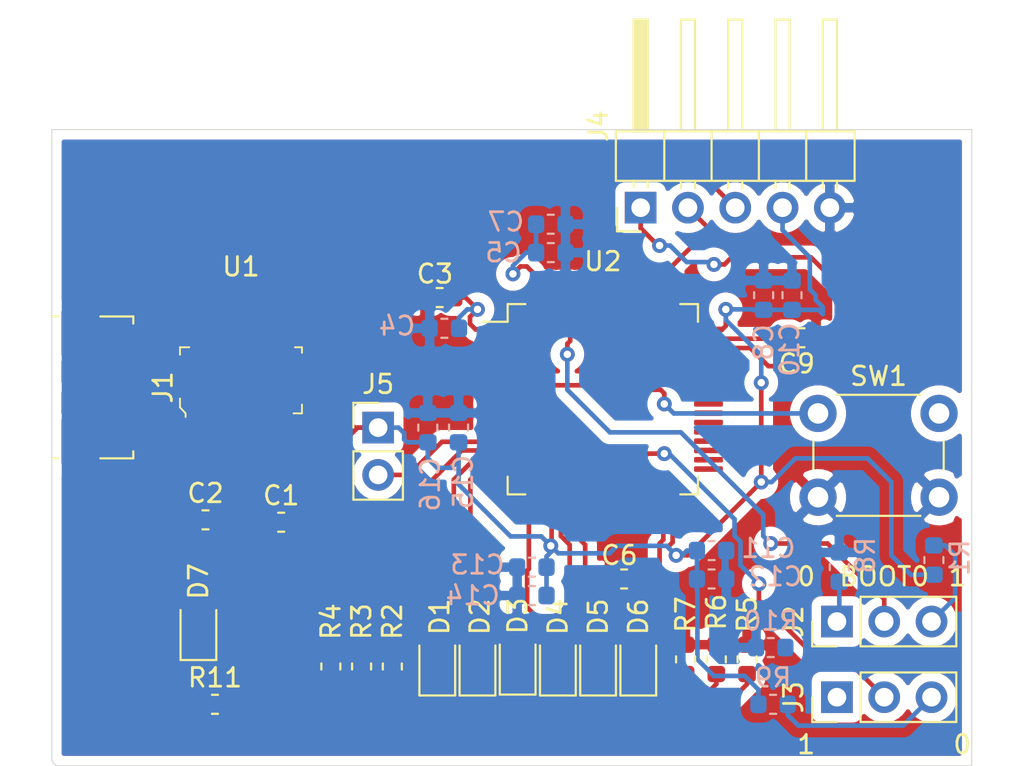
<source format=kicad_pcb>
(kicad_pcb (version 20171130) (host pcbnew "(5.1.2)-2")
  (layers (0 F.Cu signal) (31 B.Cu signal) (34 B.Paste user) (35 F.Paste user) (36 B.SilkS user) (37 F.SilkS user) (38 B.Mask user) (39 F.Mask user) (44 Edge.Cuts user))
  (net 0 "")
  (net 1 GND)
  (net 2 +5V)
  (net 3 "Net-(C6-Pad1)")
  (net 4 "Net-(C9-Pad1)")
  (net 5 "Net-(D1-Pad2)")
  (net 6 "Net-(D1-Pad1)")
  (net 7 "Net-(D2-Pad1)")
  (net 8 "Net-(D2-Pad2)")
  (net 9 "Net-(D3-Pad2)")
  (net 10 "Net-(D3-Pad1)")
  (net 11 "Net-(D4-Pad1)")
  (net 12 "Net-(D4-Pad2)")
  (net 13 "Net-(D5-Pad2)")
  (net 14 "Net-(D5-Pad1)")
  (net 15 "Net-(D6-Pad1)")
  (net 16 "Net-(D6-Pad2)")
  (net 17 "Net-(D7-Pad1)")
  (net 18 "Net-(J1-Pad2)")
  (net 19 "Net-(J1-Pad3)")
  (net 20 "Net-(J2-Pad1)")
  (net 21 BOOT0)
  (net 22 "Net-(J2-Pad3)")
  (net 23 "Net-(J3-Pad3)")
  (net 24 BOOT1)
  (net 25 "Net-(J3-Pad1)")
  (net 26 SWDIO)
  (net 27 SWDCLK)
  (net 28 SWO)
  (net 29 NRST)
  (net 30 "Net-(U2-Pad2)")
  (net 31 "Net-(U2-Pad3)")
  (net 32 "Net-(U2-Pad4)")
  (net 33 HSE_IN)
  (net 34 HSE_OUT)
  (net 35 "Net-(U2-Pad8)")
  (net 36 "Net-(U2-Pad9)")
  (net 37 "Net-(U2-Pad10)")
  (net 38 "Net-(U2-Pad11)")
  (net 39 "Net-(U2-Pad22)")
  (net 40 "Net-(U2-Pad23)")
  (net 41 "Net-(U2-Pad24)")
  (net 42 "Net-(U2-Pad25)")
  (net 43 "Net-(U2-Pad26)")
  (net 44 "Net-(U2-Pad27)")
  (net 45 "Net-(U2-Pad29)")
  (net 46 "Net-(U2-Pad30)")
  (net 47 "Net-(U2-Pad33)")
  (net 48 "Net-(U2-Pad34)")
  (net 49 "Net-(U2-Pad35)")
  (net 50 "Net-(U2-Pad36)")
  (net 51 "Net-(U2-Pad37)")
  (net 52 "Net-(U2-Pad38)")
  (net 53 "Net-(U2-Pad39)")
  (net 54 "Net-(U2-Pad40)")
  (net 55 "Net-(U2-Pad41)")
  (net 56 "Net-(U2-Pad42)")
  (net 57 "Net-(U2-Pad43)")
  (net 58 "Net-(U2-Pad44)")
  (net 59 "Net-(U2-Pad45)")
  (net 60 "Net-(U2-Pad50)")
  (net 61 "Net-(U2-Pad51)")
  (net 62 "Net-(U2-Pad52)")
  (net 63 "Net-(U2-Pad53)")
  (net 64 "Net-(U2-Pad54)")
  (net 65 "Net-(U2-Pad56)")
  (net 66 "Net-(U2-Pad57)")
  (net 67 "Net-(U2-Pad58)")
  (net 68 "Net-(U2-Pad59)")
  (net 69 "Net-(U2-Pad61)")
  (net 70 "Net-(U2-Pad62)")
  (net 71 VDDA)
  (net 72 +3V3)
  (module Capacitor_SMD:C_0603_1608Metric (layer F.Cu) (at 93.853 125.222)
    (fp_text reference C1 (at 0 -1.43) (layer F.SilkS))
    (fp_text value 10uF)
    (pad 2 smd roundrect (at 0.7875 0) (size 0.875 0.95) (layers F.Cu F.Paste F.Mask) (net 1 GND))
    (pad 1 smd roundrect (at -0.7875 0) (size 0.875 0.95) (layers F.Cu F.Paste F.Mask) (net 2 +5V))
  )
  (module Capacitor_SMD:C_0603_1608Metric (layer F.Cu) (at 89.789 125.095)
    (fp_text reference C2 (at 0 -1.43) (layer F.SilkS))
    (fp_text value 10uF)
    (pad 1 smd roundrect (at -0.7875 0) (size 0.875 0.95) (layers F.Cu F.Paste F.Mask) (net 72 +3V3))
    (pad 2 smd roundrect (at 0.7875 0) (size 0.875 0.95) (layers F.Cu F.Paste F.Mask) (net 1 GND))
  )
  (module Capacitor_SMD:C_0603_1608Metric (layer F.Cu) (at 102.362 113.157 180)
    (fp_text reference C3 (at 0.254 1.27) (layer F.SilkS))
    (fp_text value 10uF)
    (pad 1 smd roundrect (at -0.7875 0 180) (size 0.875 0.95) (layers F.Cu F.Paste F.Mask) (net 72 +3V3))
    (pad 2 smd roundrect (at 0.7875 0 180) (size 0.875 0.95) (layers F.Cu F.Paste F.Mask) (net 1 GND))
  )
  (module Capacitor_SMD:C_0603_1608Metric (layer B.Cu) (at 102.616 114.808 180)
    (fp_text reference C4 (at 2.54 0.127) (layer B.SilkS) (effects (justify mirror)))
    (fp_text value 100nF)
    (pad 2 smd roundrect (at 0.7875 0 180) (size 0.875 0.95) (layers B.Cu B.Paste B.Mask) (net 1 GND))
    (pad 1 smd roundrect (at -0.7875 0 180) (size 0.875 0.95) (layers B.Cu B.Paste B.Mask) (net 72 +3V3))
  )
  (module Capacitor_SMD:C_0603_1608Metric (layer B.Cu) (at 108.331 110.744)
    (fp_text reference C5 (at -2.54 0) (layer B.SilkS) (effects (justify mirror)))
    (fp_text value 100nF)
    (pad 1 smd roundrect (at -0.7875 0) (size 0.875 0.95) (layers B.Cu B.Paste B.Mask) (net 72 +3V3))
    (pad 2 smd roundrect (at 0.7875 0) (size 0.875 0.95) (layers B.Cu B.Paste B.Mask) (net 1 GND))
  )
  (module Capacitor_SMD:C_0603_1608Metric (layer F.Cu) (at 112.268 128.27 180)
    (fp_text reference C6 (at 0.254 1.27) (layer F.SilkS))
    (fp_text value 2.2uF)
    (pad 1 smd roundrect (at -0.7875 0 180) (size 0.875 0.95) (layers F.Cu F.Paste F.Mask) (net 3 "Net-(C6-Pad1)"))
    (pad 2 smd roundrect (at 0.7875 0 180) (size 0.875 0.95) (layers F.Cu F.Paste F.Mask) (net 1 GND))
  )
  (module Capacitor_SMD:C_0603_1608Metric (layer B.Cu) (at 108.331 109.22)
    (fp_text reference C7 (at -2.413 -0.127) (layer B.SilkS) (effects (justify mirror)))
    (fp_text value 100nF)
    (pad 1 smd roundrect (at -0.7875 0) (size 0.875 0.95) (layers B.Cu B.Paste B.Mask) (net 72 +3V3))
    (pad 2 smd roundrect (at 0.7875 0) (size 0.875 0.95) (layers B.Cu B.Paste B.Mask) (net 1 GND))
  )
  (module Capacitor_SMD:C_0603_1608Metric (layer B.Cu) (at 119.761 113.03 90)
    (fp_text reference C8 (at -2.54 0 270) (layer B.SilkS) (effects (justify mirror)))
    (fp_text value 100nF)
    (pad 2 smd roundrect (at 0.7875 0 90) (size 0.875 0.95) (layers B.Cu B.Paste B.Mask) (net 1 GND))
    (pad 1 smd roundrect (at -0.7875 0 90) (size 0.875 0.95) (layers B.Cu B.Paste B.Mask) (net 72 +3V3))
  )
  (module Capacitor_SMD:C_0603_1608Metric (layer F.Cu) (at 121.793 115.316)
    (fp_text reference C9 (at -0.254 1.397) (layer F.SilkS))
    (fp_text value 2.2uF)
    (pad 2 smd roundrect (at 0.7875 0) (size 0.875 0.95) (layers F.Cu F.Paste F.Mask) (net 1 GND))
    (pad 1 smd roundrect (at -0.7875 0) (size 0.875 0.95) (layers F.Cu F.Paste F.Mask) (net 4 "Net-(C9-Pad1)"))
  )
  (module Capacitor_SMD:C_0603_1608Metric (layer B.Cu) (at 121.285 113.03 90)
    (fp_text reference C10 (at -2.921 -0.127 270) (layer B.SilkS) (effects (justify mirror)))
    (fp_text value 100nF)
    (pad 1 smd roundrect (at -0.7875 0 90) (size 0.875 0.95) (layers B.Cu B.Paste B.Mask) (net 72 +3V3))
    (pad 2 smd roundrect (at 0.7875 0 90) (size 0.875 0.95) (layers B.Cu B.Paste B.Mask) (net 1 GND))
  )
  (module Capacitor_SMD:C_0603_1608Metric (layer B.Cu) (at 116.967 126.746)
    (fp_text reference C11 (at 3.048 -0.127) (layer B.SilkS) (effects (justify mirror)))
    (fp_text value 100nF)
    (pad 2 smd roundrect (at 0.7875 0) (size 0.875 0.95) (layers B.Cu B.Paste B.Mask) (net 1 GND))
    (pad 1 smd roundrect (at -0.7875 0) (size 0.875 0.95) (layers B.Cu B.Paste B.Mask) (net 72 +3V3))
  )
  (module Capacitor_SMD:C_0603_1608Metric (layer B.Cu) (at 116.967 128.27)
    (fp_text reference C12 (at 3.429 -0.127) (layer B.SilkS) (effects (justify mirror)))
    (fp_text value 100nF)
    (pad 2 smd roundrect (at 0.7875 0) (size 0.875 0.95) (layers B.Cu B.Paste B.Mask) (net 1 GND))
    (pad 1 smd roundrect (at -0.7875 0) (size 0.875 0.95) (layers B.Cu B.Paste B.Mask) (net 72 +3V3))
  )
  (module Capacitor_SMD:C_0603_1608Metric (layer B.Cu) (at 107.315 127.635 180)
    (fp_text reference C13 (at 2.921 0.127) (layer B.SilkS) (effects (justify mirror)))
    (fp_text value 100nF)
    (pad 2 smd roundrect (at 0.7875 0 180) (size 0.875 0.95) (layers B.Cu B.Paste B.Mask) (net 1 GND))
    (pad 1 smd roundrect (at -0.7875 0 180) (size 0.875 0.95) (layers B.Cu B.Paste B.Mask) (net 72 +3V3))
  )
  (module Capacitor_SMD:C_0603_1608Metric (layer B.Cu) (at 107.315 129.159 180)
    (fp_text reference C14 (at 3.175 0) (layer B.SilkS) (effects (justify mirror)))
    (fp_text value 100nF)
    (pad 1 smd roundrect (at -0.7875 0 180) (size 0.875 0.95) (layers B.Cu B.Paste B.Mask) (net 72 +3V3))
    (pad 2 smd roundrect (at 0.7875 0 180) (size 0.875 0.95) (layers B.Cu B.Paste B.Mask) (net 1 GND))
  )
  (module Capacitor_SMD:C_0603_1608Metric (layer B.Cu) (at 103.378 120.142 90)
    (fp_text reference C15 (at -2.921 0.254 90) (layer B.SilkS) (effects (justify mirror)))
    (fp_text value 100nF)
    (pad 2 smd roundrect (at 0.7875 0 90) (size 0.875 0.95) (layers B.Cu B.Paste B.Mask) (net 1 GND))
    (pad 1 smd roundrect (at -0.7875 0 90) (size 0.875 0.95) (layers B.Cu B.Paste B.Mask) (net 72 +3V3))
  )
  (module Capacitor_SMD:C_0603_1608Metric (layer B.Cu) (at 101.727 120.142 90)
    (fp_text reference C16 (at -3.048 0.127 90) (layer B.SilkS) (effects (justify mirror)))
    (fp_text value 1uF)
    (pad 1 smd roundrect (at -0.7875 0 90) (size 0.875 0.95) (layers B.Cu B.Paste B.Mask) (net 72 +3V3))
    (pad 2 smd roundrect (at 0.7875 0 90) (size 0.875 0.95) (layers B.Cu B.Paste B.Mask) (net 1 GND))
  )
  (module LED_SMD:LED_0805_2012Metric (layer F.Cu) (at 102.235 132.842 90)
    (fp_text reference D1 (at 2.54 0.127 90) (layer F.SilkS))
    (fp_text value LED)
    (pad 2 smd roundrect (at 0.9375 0 90) (size 0.975 1.4) (layers F.Cu F.Paste F.Mask) (net 5 "Net-(D1-Pad2)"))
    (pad 1 smd roundrect (at -0.9375 0 90) (size 0.975 1.4) (layers F.Cu F.Paste F.Mask) (net 6 "Net-(D1-Pad1)"))
  )
  (module LED_SMD:LED_0805_2012Metric (layer F.Cu) (at 104.394 132.842 90)
    (fp_text reference D2 (at 2.54 0.127 90) (layer F.SilkS))
    (fp_text value LED)
    (pad 1 smd roundrect (at -0.9375 0 90) (size 0.975 1.4) (layers F.Cu F.Paste F.Mask) (net 7 "Net-(D2-Pad1)"))
    (pad 2 smd roundrect (at 0.9375 0 90) (size 0.975 1.4) (layers F.Cu F.Paste F.Mask) (net 8 "Net-(D2-Pad2)"))
  )
  (module LED_SMD:LED_0805_2012Metric (layer F.Cu) (at 106.553 132.7935 90)
    (fp_text reference D3 (at 2.54 0 90) (layer F.SilkS))
    (fp_text value LED)
    (pad 2 smd roundrect (at 0.9375 0 90) (size 0.975 1.4) (layers F.Cu F.Paste F.Mask) (net 9 "Net-(D3-Pad2)"))
    (pad 1 smd roundrect (at -0.9375 0 90) (size 0.975 1.4) (layers F.Cu F.Paste F.Mask) (net 10 "Net-(D3-Pad1)"))
  )
  (module LED_SMD:LED_0805_2012Metric (layer F.Cu) (at 108.712 132.842 90)
    (fp_text reference D4 (at 2.54 0 90) (layer F.SilkS))
    (fp_text value LED)
    (pad 1 smd roundrect (at -0.9375 0 90) (size 0.975 1.4) (layers F.Cu F.Paste F.Mask) (net 11 "Net-(D4-Pad1)"))
    (pad 2 smd roundrect (at 0.9375 0 90) (size 0.975 1.4) (layers F.Cu F.Paste F.Mask) (net 12 "Net-(D4-Pad2)"))
  )
  (module LED_SMD:LED_0805_2012Metric (layer F.Cu) (at 110.871 132.842 90)
    (fp_text reference D5 (at 2.54 0 90) (layer F.SilkS))
    (fp_text value LED)
    (pad 2 smd roundrect (at 0.9375 0 90) (size 0.975 1.4) (layers F.Cu F.Paste F.Mask) (net 13 "Net-(D5-Pad2)"))
    (pad 1 smd roundrect (at -0.9375 0 90) (size 0.975 1.4) (layers F.Cu F.Paste F.Mask) (net 14 "Net-(D5-Pad1)"))
  )
  (module LED_SMD:LED_0805_2012Metric (layer F.Cu) (at 113.03 132.842 90)
    (fp_text reference D6 (at 2.54 0 90) (layer F.SilkS))
    (fp_text value LED)
    (pad 1 smd roundrect (at -0.9375 0 90) (size 0.975 1.4) (layers F.Cu F.Paste F.Mask) (net 15 "Net-(D6-Pad1)"))
    (pad 2 smd roundrect (at 0.9375 0 90) (size 0.975 1.4) (layers F.Cu F.Paste F.Mask) (net 16 "Net-(D6-Pad2)"))
  )
  (module LED_SMD:LED_0805_2012Metric (layer F.Cu) (at 89.408 130.937 90)
    (fp_text reference D7 (at 2.54 0 90) (layer F.SilkS))
    (fp_text value LED)
    (pad 1 smd roundrect (at -0.9375 0 90) (size 0.975 1.4) (layers F.Cu F.Paste F.Mask) (net 17 "Net-(D7-Pad1)"))
    (pad 2 smd roundrect (at 0.9375 0 90) (size 0.975 1.4) (layers F.Cu F.Paste F.Mask) (net 72 +3V3))
  )
  (module Connector_USB:USB_Micro-B_Molex_47346-0001 (layer F.Cu) (at 84.201 117.983 270)
    (fp_text reference J1 (at 0 -3.3 270) (layer F.SilkS))
    (fp_text value USB_B_Micro)
    (pad 1 smd rect (at -1.3 -1.46 270) (size 0.45 1.38) (layers F.Cu F.Paste F.Mask) (net 2 +5V))
    (pad 2 smd rect (at -0.65 -1.46 270) (size 0.45 1.38) (layers F.Cu F.Paste F.Mask) (net 18 "Net-(J1-Pad2)"))
    (pad 3 smd rect (at 0 -1.46 270) (size 0.45 1.38) (layers F.Cu F.Paste F.Mask) (net 19 "Net-(J1-Pad3)"))
    (pad 4 smd rect (at 0.65 -1.46 270) (size 0.45 1.38) (layers F.Cu F.Paste F.Mask) (net 1 GND))
    (pad 5 smd rect (at 1.3 -1.46 270) (size 0.45 1.38) (layers F.Cu F.Paste F.Mask) (net 1 GND))
    (pad 6 smd rect (at -2.4625 -1.1 270) (size 1.475 2.1) (layers F.Cu F.Paste F.Mask) (net 1 GND))
    (pad 6 smd rect (at 2.4625 -1.1 270) (size 1.475 2.1) (layers F.Cu F.Paste F.Mask) (net 1 GND))
    (pad 6 smd rect (at -2.91 1.2 270) (size 2.375 1.9) (layers F.Cu F.Paste F.Mask) (net 1 GND))
    (pad 6 smd rect (at 2.91 1.2 270) (size 2.375 1.9) (layers F.Cu F.Paste F.Mask) (net 1 GND))
    (pad 6 smd rect (at -0.84 1.2 270) (size 1.175 1.9) (layers F.Cu F.Paste F.Mask) (net 1 GND))
    (pad 6 smd rect (at 0.84 1.2 270) (size 1.175 1.9) (layers F.Cu F.Paste F.Mask) (net 1 GND))
  )
  (module Connector_PinHeader_2.54mm:PinHeader_1x03_P2.54mm_Vertical (layer F.Cu) (at 123.698 130.556 90)
    (fp_text reference J2 (at 0 -2.33 90) (layer F.SilkS))
    (fp_text value Conn_01x03_Male)
    (pad 1 thru_hole rect (at 0 0 90) (size 1.7 1.7) (drill 1) (layers *.Cu *.Mask) (net 20 "Net-(J2-Pad1)"))
    (pad 2 thru_hole oval (at 0 2.54 90) (size 1.7 1.7) (drill 1) (layers *.Cu *.Mask) (net 21 BOOT0))
    (pad 3 thru_hole oval (at 0 5.08 90) (size 1.7 1.7) (drill 1) (layers *.Cu *.Mask) (net 22 "Net-(J2-Pad3)"))
  )
  (module Connector_PinHeader_2.54mm:PinHeader_1x03_P2.54mm_Vertical (layer F.Cu) (at 123.698 134.62 90)
    (fp_text reference J3 (at 0 -2.33 90) (layer F.SilkS))
    (fp_text value Conn_01x03_Male)
    (pad 3 thru_hole oval (at 0 5.08 90) (size 1.7 1.7) (drill 1) (layers *.Cu *.Mask) (net 23 "Net-(J3-Pad3)"))
    (pad 2 thru_hole oval (at 0 2.54 90) (size 1.7 1.7) (drill 1) (layers *.Cu *.Mask) (net 24 BOOT1))
    (pad 1 thru_hole rect (at 0 0 90) (size 1.7 1.7) (drill 1) (layers *.Cu *.Mask) (net 25 "Net-(J3-Pad1)"))
  )
  (module Connector_PinHeader_2.54mm:PinHeader_1x05_P2.54mm_Horizontal (layer F.Cu) (at 113.157 108.331 90)
    (fp_text reference J4 (at 4.385 -2.27 90) (layer F.SilkS))
    (fp_text value Conn_01x05_Male)
    (pad 1 thru_hole rect (at 0 0 90) (size 1.7 1.7) (drill 1) (layers *.Cu *.Mask) (net 26 SWDIO))
    (pad 2 thru_hole oval (at 0 2.54 90) (size 1.7 1.7) (drill 1) (layers *.Cu *.Mask) (net 27 SWDCLK))
    (pad 3 thru_hole oval (at 0 5.08 90) (size 1.7 1.7) (drill 1) (layers *.Cu *.Mask) (net 28 SWO))
    (pad 4 thru_hole oval (at 0 7.62 90) (size 1.7 1.7) (drill 1) (layers *.Cu *.Mask) (net 72 +3V3))
    (pad 5 thru_hole oval (at 0 10.16 90) (size 1.7 1.7) (drill 1) (layers *.Cu *.Mask) (net 1 GND))
  )
  (module Resistor_SMD:R_0603_1608Metric (layer B.Cu) (at 128.905 127.254 270)
    (fp_text reference R1 (at -0.127 -1.397 270) (layer B.SilkS) (effects (justify mirror)))
    (fp_text value 10K)
    (pad 1 smd roundrect (at -0.7875 0 270) (size 0.875 0.95) (layers B.Cu B.Paste B.Mask) (net 22 "Net-(J2-Pad3)"))
    (pad 2 smd roundrect (at 0.7875 0 270) (size 0.875 0.95) (layers B.Cu B.Paste B.Mask) (net 72 +3V3))
  )
  (module Resistor_SMD:R_0603_1608Metric (layer F.Cu) (at 99.822 132.969 270)
    (fp_text reference R2 (at -2.413 0 90) (layer F.SilkS))
    (fp_text value 220ohms)
    (pad 2 smd roundrect (at 0.7875 0 270) (size 0.875 0.95) (layers F.Cu F.Paste F.Mask) (net 6 "Net-(D1-Pad1)"))
    (pad 1 smd roundrect (at -0.7875 0 270) (size 0.875 0.95) (layers F.Cu F.Paste F.Mask) (net 1 GND))
  )
  (module Resistor_SMD:R_0603_1608Metric (layer F.Cu) (at 98.171 132.969 270)
    (fp_text reference R3 (at -2.413 0 90) (layer F.SilkS))
    (fp_text value 220ohms)
    (pad 1 smd roundrect (at -0.7875 0 270) (size 0.875 0.95) (layers F.Cu F.Paste F.Mask) (net 1 GND))
    (pad 2 smd roundrect (at 0.7875 0 270) (size 0.875 0.95) (layers F.Cu F.Paste F.Mask) (net 7 "Net-(D2-Pad1)"))
  )
  (module Resistor_SMD:R_0603_1608Metric (layer F.Cu) (at 96.52 132.969 270)
    (fp_text reference R4 (at -2.413 0 90) (layer F.SilkS))
    (fp_text value 220ohms)
    (pad 2 smd roundrect (at 0.7875 0 270) (size 0.875 0.95) (layers F.Cu F.Paste F.Mask) (net 10 "Net-(D3-Pad1)"))
    (pad 1 smd roundrect (at -0.7875 0 270) (size 0.875 0.95) (layers F.Cu F.Paste F.Mask) (net 1 GND))
  )
  (module Resistor_SMD:R_0603_1608Metric (layer F.Cu) (at 118.872 132.588 270)
    (fp_text reference R5 (at -2.413 0 90) (layer F.SilkS))
    (fp_text value 220ohms)
    (pad 1 smd roundrect (at -0.7875 0 270) (size 0.875 0.95) (layers F.Cu F.Paste F.Mask) (net 1 GND))
    (pad 2 smd roundrect (at 0.7875 0 270) (size 0.875 0.95) (layers F.Cu F.Paste F.Mask) (net 11 "Net-(D4-Pad1)"))
  )
  (module Resistor_SMD:R_0603_1608Metric (layer F.Cu) (at 117.221 132.588 270)
    (fp_text reference R6 (at -2.54 0 90) (layer F.SilkS))
    (fp_text value 220ohms)
    (pad 2 smd roundrect (at 0.7875 0 270) (size 0.875 0.95) (layers F.Cu F.Paste F.Mask) (net 14 "Net-(D5-Pad1)"))
    (pad 1 smd roundrect (at -0.7875 0 270) (size 0.875 0.95) (layers F.Cu F.Paste F.Mask) (net 1 GND))
  )
  (module Resistor_SMD:R_0603_1608Metric (layer F.Cu) (at 115.57 132.588 270)
    (fp_text reference R7 (at -2.413 0 90) (layer F.SilkS))
    (fp_text value 220ohms)
    (pad 1 smd roundrect (at -0.7875 0 270) (size 0.875 0.95) (layers F.Cu F.Paste F.Mask) (net 1 GND))
    (pad 2 smd roundrect (at 0.7875 0 270) (size 0.875 0.95) (layers F.Cu F.Paste F.Mask) (net 15 "Net-(D6-Pad1)"))
  )
  (module Resistor_SMD:R_0603_1608Metric (layer B.Cu) (at 123.825 127.635 270)
    (fp_text reference R8 (at -0.635 -1.397 270) (layer B.SilkS) (effects (justify mirror)))
    (fp_text value 10K)
    (pad 2 smd roundrect (at 0.7875 0 270) (size 0.875 0.95) (layers B.Cu B.Paste B.Mask) (net 20 "Net-(J2-Pad1)"))
    (pad 1 smd roundrect (at -0.7875 0 270) (size 0.875 0.95) (layers B.Cu B.Paste B.Mask) (net 1 GND))
  )
  (module Resistor_SMD:R_0603_1608Metric (layer B.Cu) (at 120.269 135.001 180)
    (fp_text reference R9 (at 0 1.43) (layer B.SilkS) (effects (justify mirror)))
    (fp_text value 10K)
    (pad 1 smd roundrect (at -0.7875 0 180) (size 0.875 0.95) (layers B.Cu B.Paste B.Mask) (net 23 "Net-(J3-Pad3)"))
    (pad 2 smd roundrect (at 0.7875 0 180) (size 0.875 0.95) (layers B.Cu B.Paste B.Mask) (net 72 +3V3))
  )
  (module Resistor_SMD:R_0603_1608Metric (layer B.Cu) (at 120.142 131.953 180)
    (fp_text reference R10 (at 0 1.43) (layer B.SilkS) (effects (justify mirror)))
    (fp_text value 10K)
    (pad 1 smd roundrect (at -0.7875 0 180) (size 0.875 0.95) (layers B.Cu B.Paste B.Mask) (net 25 "Net-(J3-Pad1)"))
    (pad 2 smd roundrect (at 0.7875 0 180) (size 0.875 0.95) (layers B.Cu B.Paste B.Mask) (net 1 GND))
  )
  (module Resistor_SMD:R_0603_1608Metric (layer F.Cu) (at 90.297 135.001)
    (fp_text reference R11 (at 0 -1.43) (layer F.SilkS))
    (fp_text value 220ohms)
    (pad 1 smd roundrect (at -0.7875 0) (size 0.875 0.95) (layers F.Cu F.Paste F.Mask) (net 17 "Net-(D7-Pad1)"))
    (pad 2 smd roundrect (at 0.7875 0) (size 0.875 0.95) (layers F.Cu F.Paste F.Mask) (net 1 GND))
  )
  (module Button_Switch_THT:SW_PUSH_6mm_H5mm (layer F.Cu) (at 122.682 119.38)
    (fp_text reference SW1 (at 3.25 -2) (layer F.SilkS))
    (fp_text value SW_Push)
    (pad 2 thru_hole circle (at 0 4.5 90) (size 2 2) (drill 1.1) (layers *.Cu *.Mask) (net 1 GND))
    (pad 1 thru_hole circle (at 0 0 90) (size 2 2) (drill 1.1) (layers *.Cu *.Mask) (net 29 NRST))
    (pad 2 thru_hole circle (at 6.5 4.5 90) (size 2 2) (drill 1.1) (layers *.Cu *.Mask) (net 1 GND))
    (pad 1 thru_hole circle (at 6.5 0 90) (size 2 2) (drill 1.1) (layers *.Cu *.Mask) (net 29 NRST))
  )
  (module digikey-footprints:SOT-223 (layer F.Cu) (at 91.694 117.602)
    (fp_text reference U1 (at 0 -6.1) (layer F.SilkS))
    (fp_text value LM1117-3.3)
    (pad 3 smd rect (at 2.3 3.15) (size 1.5 2.2) (layers F.Cu F.Paste F.Mask) (net 2 +5V))
    (pad 2 smd rect (at 0 3.15) (size 1.5 2.2) (layers F.Cu F.Paste F.Mask) (net 72 +3V3))
    (pad 1 smd rect (at -2.3 3.15) (size 1.5 2.2) (layers F.Cu F.Paste F.Mask) (net 1 GND))
    (pad 4 smd rect (at 0 -3.15) (size 3.8 2.2) (layers F.Cu F.Paste F.Mask))
  )
  (module Package_QFP:LQFP-64_10x10mm_P0.5mm (layer F.Cu) (at 111.125 118.618)
    (fp_text reference U2 (at 0 -7.4) (layer F.SilkS))
    (fp_text value STM32F405RGTx)
    (pad 1 smd roundrect (at -5.675 -3.75) (size 1.55 0.3) (layers F.Cu F.Paste F.Mask) (net 72 +3V3))
    (pad 2 smd roundrect (at -5.675 -3.25) (size 1.55 0.3) (layers F.Cu F.Paste F.Mask) (net 30 "Net-(U2-Pad2)"))
    (pad 3 smd roundrect (at -5.675 -2.75) (size 1.55 0.3) (layers F.Cu F.Paste F.Mask) (net 31 "Net-(U2-Pad3)"))
    (pad 4 smd roundrect (at -5.675 -2.25) (size 1.55 0.3) (layers F.Cu F.Paste F.Mask) (net 32 "Net-(U2-Pad4)"))
    (pad 5 smd roundrect (at -5.675 -1.75) (size 1.55 0.3) (layers F.Cu F.Paste F.Mask) (net 33 HSE_IN))
    (pad 6 smd roundrect (at -5.675 -1.25) (size 1.55 0.3) (layers F.Cu F.Paste F.Mask) (net 34 HSE_OUT))
    (pad 7 smd roundrect (at -5.675 -0.75) (size 1.55 0.3) (layers F.Cu F.Paste F.Mask) (net 29 NRST))
    (pad 8 smd roundrect (at -5.675 -0.25) (size 1.55 0.3) (layers F.Cu F.Paste F.Mask) (net 35 "Net-(U2-Pad8)"))
    (pad 9 smd roundrect (at -5.675 0.25) (size 1.55 0.3) (layers F.Cu F.Paste F.Mask) (net 36 "Net-(U2-Pad9)"))
    (pad 10 smd roundrect (at -5.675 0.75) (size 1.55 0.3) (layers F.Cu F.Paste F.Mask) (net 37 "Net-(U2-Pad10)"))
    (pad 11 smd roundrect (at -5.675 1.25) (size 1.55 0.3) (layers F.Cu F.Paste F.Mask) (net 38 "Net-(U2-Pad11)"))
    (pad 12 smd roundrect (at -5.675 1.75) (size 1.55 0.3) (layers F.Cu F.Paste F.Mask) (net 1 GND))
    (pad 13 smd roundrect (at -5.675 2.25) (size 1.55 0.3) (layers F.Cu F.Paste F.Mask) (net 71 VDDA))
    (pad 14 smd roundrect (at -5.675 2.75) (size 1.55 0.3) (layers F.Cu F.Paste F.Mask) (net 5 "Net-(D1-Pad2)"))
    (pad 15 smd roundrect (at -5.675 3.25) (size 1.55 0.3) (layers F.Cu F.Paste F.Mask) (net 8 "Net-(D2-Pad2)"))
    (pad 16 smd roundrect (at -5.675 3.75) (size 1.55 0.3) (layers F.Cu F.Paste F.Mask) (net 9 "Net-(D3-Pad2)"))
    (pad 17 smd roundrect (at -3.75 5.675) (size 0.3 1.55) (layers F.Cu F.Paste F.Mask) (net 12 "Net-(D4-Pad2)"))
    (pad 18 smd roundrect (at -3.25 5.675) (size 0.3 1.55) (layers F.Cu F.Paste F.Mask) (net 1 GND))
    (pad 19 smd roundrect (at -2.75 5.675) (size 0.3 1.55) (layers F.Cu F.Paste F.Mask) (net 72 +3V3))
    (pad 20 smd roundrect (at -2.25 5.675) (size 0.3 1.55) (layers F.Cu F.Paste F.Mask) (net 13 "Net-(D5-Pad2)"))
    (pad 21 smd roundrect (at -1.75 5.675) (size 0.3 1.55) (layers F.Cu F.Paste F.Mask) (net 16 "Net-(D6-Pad2)"))
    (pad 22 smd roundrect (at -1.25 5.675) (size 0.3 1.55) (layers F.Cu F.Paste F.Mask) (net 39 "Net-(U2-Pad22)"))
    (pad 23 smd roundrect (at -0.75 5.675) (size 0.3 1.55) (layers F.Cu F.Paste F.Mask) (net 40 "Net-(U2-Pad23)"))
    (pad 24 smd roundrect (at -0.25 5.675) (size 0.3 1.55) (layers F.Cu F.Paste F.Mask) (net 41 "Net-(U2-Pad24)"))
    (pad 25 smd roundrect (at 0.25 5.675) (size 0.3 1.55) (layers F.Cu F.Paste F.Mask) (net 42 "Net-(U2-Pad25)"))
    (pad 26 smd roundrect (at 0.75 5.675) (size 0.3 1.55) (layers F.Cu F.Paste F.Mask) (net 43 "Net-(U2-Pad26)"))
    (pad 27 smd roundrect (at 1.25 5.675) (size 0.3 1.55) (layers F.Cu F.Paste F.Mask) (net 44 "Net-(U2-Pad27)"))
    (pad 28 smd roundrect (at 1.75 5.675) (size 0.3 1.55) (layers F.Cu F.Paste F.Mask) (net 24 BOOT1))
    (pad 29 smd roundrect (at 2.25 5.675) (size 0.3 1.55) (layers F.Cu F.Paste F.Mask) (net 45 "Net-(U2-Pad29)"))
    (pad 30 smd roundrect (at 2.75 5.675) (size 0.3 1.55) (layers F.Cu F.Paste F.Mask) (net 46 "Net-(U2-Pad30)"))
    (pad 31 smd roundrect (at 3.25 5.675) (size 0.3 1.55) (layers F.Cu F.Paste F.Mask) (net 3 "Net-(C6-Pad1)"))
    (pad 32 smd roundrect (at 3.75 5.675) (size 0.3 1.55) (layers F.Cu F.Paste F.Mask) (net 72 +3V3))
    (pad 33 smd roundrect (at 5.675 3.75) (size 1.55 0.3) (layers F.Cu F.Paste F.Mask) (net 47 "Net-(U2-Pad33)"))
    (pad 34 smd roundrect (at 5.675 3.25) (size 1.55 0.3) (layers F.Cu F.Paste F.Mask) (net 48 "Net-(U2-Pad34)"))
    (pad 35 smd roundrect (at 5.675 2.75) (size 1.55 0.3) (layers F.Cu F.Paste F.Mask) (net 49 "Net-(U2-Pad35)"))
    (pad 36 smd roundrect (at 5.675 2.25) (size 1.55 0.3) (layers F.Cu F.Paste F.Mask) (net 50 "Net-(U2-Pad36)"))
    (pad 37 smd roundrect (at 5.675 1.75) (size 1.55 0.3) (layers F.Cu F.Paste F.Mask) (net 51 "Net-(U2-Pad37)"))
    (pad 38 smd roundrect (at 5.675 1.25) (size 1.55 0.3) (layers F.Cu F.Paste F.Mask) (net 52 "Net-(U2-Pad38)"))
    (pad 39 smd roundrect (at 5.675 0.75) (size 1.55 0.3) (layers F.Cu F.Paste F.Mask) (net 53 "Net-(U2-Pad39)"))
    (pad 40 smd roundrect (at 5.675 0.25) (size 1.55 0.3) (layers F.Cu F.Paste F.Mask) (net 54 "Net-(U2-Pad40)"))
    (pad 41 smd roundrect (at 5.675 -0.25) (size 1.55 0.3) (layers F.Cu F.Paste F.Mask) (net 55 "Net-(U2-Pad41)"))
    (pad 42 smd roundrect (at 5.675 -0.75) (size 1.55 0.3) (layers F.Cu F.Paste F.Mask) (net 56 "Net-(U2-Pad42)"))
    (pad 43 smd roundrect (at 5.675 -1.25) (size 1.55 0.3) (layers F.Cu F.Paste F.Mask) (net 57 "Net-(U2-Pad43)"))
    (pad 44 smd roundrect (at 5.675 -1.75) (size 1.55 0.3) (layers F.Cu F.Paste F.Mask) (net 58 "Net-(U2-Pad44)"))
    (pad 45 smd roundrect (at 5.675 -2.25) (size 1.55 0.3) (layers F.Cu F.Paste F.Mask) (net 59 "Net-(U2-Pad45)"))
    (pad 46 smd roundrect (at 5.675 -2.75) (size 1.55 0.3) (layers F.Cu F.Paste F.Mask) (net 26 SWDIO))
    (pad 47 smd roundrect (at 5.675 -3.25) (size 1.55 0.3) (layers F.Cu F.Paste F.Mask) (net 4 "Net-(C9-Pad1)"))
    (pad 48 smd roundrect (at 5.675 -3.75) (size 1.55 0.3) (layers F.Cu F.Paste F.Mask) (net 72 +3V3))
    (pad 49 smd roundrect (at 3.75 -5.675) (size 0.3 1.55) (layers F.Cu F.Paste F.Mask) (net 27 SWDCLK))
    (pad 50 smd roundrect (at 3.25 -5.675) (size 0.3 1.55) (layers F.Cu F.Paste F.Mask) (net 60 "Net-(U2-Pad50)"))
    (pad 51 smd roundrect (at 2.75 -5.675) (size 0.3 1.55) (layers F.Cu F.Paste F.Mask) (net 61 "Net-(U2-Pad51)"))
    (pad 52 smd roundrect (at 2.25 -5.675) (size 0.3 1.55) (layers F.Cu F.Paste F.Mask) (net 62 "Net-(U2-Pad52)"))
    (pad 53 smd roundrect (at 1.75 -5.675) (size 0.3 1.55) (layers F.Cu F.Paste F.Mask) (net 63 "Net-(U2-Pad53)"))
    (pad 54 smd roundrect (at 1.25 -5.675) (size 0.3 1.55) (layers F.Cu F.Paste F.Mask) (net 64 "Net-(U2-Pad54)"))
    (pad 55 smd roundrect (at 0.75 -5.675) (size 0.3 1.55) (layers F.Cu F.Paste F.Mask) (net 28 SWO))
    (pad 56 smd roundrect (at 0.25 -5.675) (size 0.3 1.55) (layers F.Cu F.Paste F.Mask) (net 65 "Net-(U2-Pad56)"))
    (pad 57 smd roundrect (at -0.25 -5.675) (size 0.3 1.55) (layers F.Cu F.Paste F.Mask) (net 66 "Net-(U2-Pad57)"))
    (pad 58 smd roundrect (at -0.75 -5.675) (size 0.3 1.55) (layers F.Cu F.Paste F.Mask) (net 67 "Net-(U2-Pad58)"))
    (pad 59 smd roundrect (at -1.25 -5.675) (size 0.3 1.55) (layers F.Cu F.Paste F.Mask) (net 68 "Net-(U2-Pad59)"))
    (pad 60 smd roundrect (at -1.75 -5.675) (size 0.3 1.55) (layers F.Cu F.Paste F.Mask) (net 21 BOOT0))
    (pad 61 smd roundrect (at -2.25 -5.675) (size 0.3 1.55) (layers F.Cu F.Paste F.Mask) (net 69 "Net-(U2-Pad61)"))
    (pad 62 smd roundrect (at -2.75 -5.675) (size 0.3 1.55) (layers F.Cu F.Paste F.Mask) (net 70 "Net-(U2-Pad62)"))
    (pad 63 smd roundrect (at -3.25 -5.675) (size 0.3 1.55) (layers F.Cu F.Paste F.Mask) (net 1 GND))
    (pad 64 smd roundrect (at -3.75 -5.675) (size 0.3 1.55) (layers F.Cu F.Paste F.Mask) (net 72 +3V3))
  )
  (module Connector_PinHeader_2.54mm:PinHeader_1x02_P2.54mm_Vertical (layer F.Cu) (at 99.06 120.142)
    (fp_text reference J5 (at 0 -2.33) (layer F.SilkS))
    (fp_text value Conn_01x02_Male)
    (pad 1 thru_hole rect (at 0 0) (size 1.7 1.7) (drill 1) (layers *.Cu *.Mask) (net 72 +3V3))
    (pad 2 thru_hole oval (at 0 2.54) (size 1.7 1.7) (drill 1) (layers *.Cu *.Mask) (net 71 VDDA))
  )
  (gr_line (start 81.534 104.14) (end 81.534 121.158) (layer Edge.Cuts) (width 0.05))
  (gr_line (start 81.915 104.14) (end 81.534 104.14) (layer Edge.Cuts) (width 0.05))
  (gr_line (start 82.042 104.14) (end 81.915 104.14) (layer Edge.Cuts) (width 0.05))
  (gr_line (start 130.937 104.14) (end 82.042 104.14) (layer Edge.Cuts) (width 0.05))
  (gr_line (start 130.937 138.303) (end 130.937 104.14) (layer Edge.Cuts) (width 0.05))
  (gr_line (start 81.915 138.303) (end 130.937 138.303) (layer Edge.Cuts) (width 0.05))
  (gr_arc (start 81.915 137.922) (end 81.534 137.922) (angle -90) (layer Edge.Cuts) (width 0.05))
  (gr_line (start 81.534 121.158) (end 81.534 137.922) (layer Edge.Cuts) (width 0.05))
  (gr_text 0 (at 130.429 137.16) (layer F.SilkS) (effects (font (size 1 1))))
  (gr_text 1 (at 122.047 137.16) (layer F.SilkS) (effects (font (size 1 1))))
  (gr_text "1\n" (at 130.175 128.143) (layer F.SilkS) (effects (font (size 1 1))))
  (gr_text "0\n" (at 122.047 128.143) (layer F.SilkS) (effects (font (size 1 1))))
  (gr_text BOOT0 (at 126.238 128.143) (layer F.SilkS) (effects (font (size 1 1))))
  (segment (start 93.0655 123.0305) (end 93.0655 125.222) (width 0.25) (layer F.Cu) (net 2))
  (segment (start 93.994 120.752) (end 93.994 122.102) (width 0.25) (layer F.Cu) (net 2))
  (segment (start 93.994 122.102) (end 93.0655 123.0305) (width 0.25) (layer F.Cu) (net 2))
  (segment (start 85.661 116.683) (end 87.346 116.683) (width 0.25) (layer F.Cu) (net 2))
  (segment (start 87.346 116.683) (end 88.773 118.11) (width 0.25) (layer F.Cu) (net 2))
  (segment (start 88.773 118.11) (end 93.218 118.11) (width 0.25) (layer F.Cu) (net 2))
  (segment (start 93.994 118.886) (end 93.994 120.752) (width 0.25) (layer F.Cu) (net 2))
  (segment (start 93.218 118.11) (end 93.994 118.886) (width 0.25) (layer F.Cu) (net 2))
  (segment (start 113.8935 128.27) (end 113.0555 128.27) (width 0.25) (layer F.Cu) (net 3))
  (segment (start 114.173 127.9905) (end 113.8935 128.27) (width 0.25) (layer F.Cu) (net 3))
  (segment (start 114.173 126.36359) (end 114.173 127.9905) (width 0.25) (layer F.Cu) (net 3))
  (segment (start 114.375 124.293) (end 114.375 126.16159) (width 0.25) (layer F.Cu) (net 3))
  (segment (start 114.375 126.16159) (end 114.173 126.36359) (width 0.25) (layer F.Cu) (net 3))
  (segment (start 120.9535 115.368) (end 121.0055 115.316) (width 0.25) (layer F.Cu) (net 4))
  (segment (start 116.8 115.368) (end 120.9535 115.368) (width 0.25) (layer F.Cu) (net 4))
  (segment (start 102.235 130.556) (end 102.235 131.9045) (width 0.25) (layer F.Cu) (net 5))
  (segment (start 101.981 130.302) (end 102.235 130.556) (width 0.25) (layer F.Cu) (net 5))
  (segment (start 101.981 122.936) (end 101.981 130.302) (width 0.25) (layer F.Cu) (net 5))
  (segment (start 105.45 121.368) (end 103.549 121.368) (width 0.25) (layer F.Cu) (net 5))
  (segment (start 103.549 121.368) (end 101.981 122.936) (width 0.25) (layer F.Cu) (net 5))
  (segment (start 99.822 134.294) (end 100.656 135.128) (width 0.25) (layer F.Cu) (net 6))
  (segment (start 99.822 133.7565) (end 99.822 134.294) (width 0.25) (layer F.Cu) (net 6))
  (segment (start 100.656 135.128) (end 101.346 135.128) (width 0.25) (layer F.Cu) (net 6))
  (segment (start 101.346 135.128) (end 101.981 134.493) (width 0.25) (layer F.Cu) (net 6))
  (segment (start 102.235 134.367) (end 102.235 133.7795) (width 0.25) (layer F.Cu) (net 6))
  (segment (start 102.109 134.493) (end 102.235 134.367) (width 0.25) (layer F.Cu) (net 6))
  (segment (start 101.981 134.493) (end 102.109 134.493) (width 0.25) (layer F.Cu) (net 6))
  (segment (start 98.171 134.294) (end 99.64 135.763) (width 0.25) (layer F.Cu) (net 7))
  (segment (start 98.171 133.7565) (end 98.171 134.294) (width 0.25) (layer F.Cu) (net 7))
  (segment (start 99.64 135.763) (end 103.251 135.763) (width 0.25) (layer F.Cu) (net 7))
  (segment (start 103.251 134.9225) (end 104.394 133.7795) (width 0.25) (layer F.Cu) (net 7))
  (segment (start 103.251 135.763) (end 103.251 134.9225) (width 0.25) (layer F.Cu) (net 7))
  (segment (start 103.124 130.6345) (end 104.394 131.9045) (width 0.25) (layer F.Cu) (net 8))
  (segment (start 103.124 122.936) (end 103.124 130.6345) (width 0.25) (layer F.Cu) (net 8))
  (segment (start 105.45 121.868) (end 104.192 121.868) (width 0.25) (layer F.Cu) (net 8))
  (segment (start 104.192 121.868) (end 103.124 122.936) (width 0.25) (layer F.Cu) (net 8))
  (segment (start 106.553 130.937) (end 106.553 131.856) (width 0.25) (layer F.Cu) (net 9))
  (segment (start 106.045 130.429) (end 106.553 130.937) (width 0.25) (layer F.Cu) (net 9))
  (segment (start 105.22929 122.58871) (end 104.36029 122.58871) (width 0.25) (layer F.Cu) (net 9))
  (segment (start 105.45 122.368) (end 105.22929 122.58871) (width 0.25) (layer F.Cu) (net 9))
  (segment (start 104.36029 122.58871) (end 104.013 122.936) (width 0.25) (layer F.Cu) (net 9))
  (segment (start 104.013 122.936) (end 104.013 129.316) (width 0.25) (layer F.Cu) (net 9))
  (segment (start 104.013 129.316) (end 105.126 130.429) (width 0.25) (layer F.Cu) (net 9))
  (segment (start 105.126 130.429) (end 106.045 130.429) (width 0.25) (layer F.Cu) (net 9))
  (segment (start 96.52 133.7565) (end 96.52 135.001) (width 0.25) (layer F.Cu) (net 10))
  (segment (start 96.52 135.001) (end 98.171 136.652) (width 0.25) (layer F.Cu) (net 10))
  (segment (start 98.171 136.652) (end 104.521 136.652) (width 0.25) (layer F.Cu) (net 10))
  (segment (start 106.553 134.62) (end 106.553 133.731) (width 0.25) (layer F.Cu) (net 10))
  (segment (start 104.521 136.652) (end 106.553 134.62) (width 0.25) (layer F.Cu) (net 10))
  (segment (start 108.712 135.255) (end 108.712 133.7795) (width 0.25) (layer F.Cu) (net 11))
  (segment (start 109.855 136.398) (end 108.712 135.255) (width 0.25) (layer F.Cu) (net 11))
  (segment (start 116.387 136.398) (end 109.855 136.398) (width 0.25) (layer F.Cu) (net 11))
  (segment (start 118.872 133.3755) (end 118.872 133.913) (width 0.25) (layer F.Cu) (net 11))
  (segment (start 118.872 133.913) (end 116.387 136.398) (width 0.25) (layer F.Cu) (net 11))
  (segment (start 107.15429 124.51371) (end 107.15429 127.72829) (width 0.25) (layer F.Cu) (net 12))
  (segment (start 107.375 124.293) (end 107.15429 124.51371) (width 0.25) (layer F.Cu) (net 12))
  (segment (start 107.15429 127.72829) (end 107.061 127.82158) (width 0.25) (layer F.Cu) (net 12))
  (segment (start 107.061 127.82158) (end 107.061 129.794) (width 0.25) (layer F.Cu) (net 12))
  (segment (start 107.061 129.794) (end 108.458 131.191) (width 0.25) (layer F.Cu) (net 12))
  (segment (start 108.712 131.317) (end 108.712 131.9045) (width 0.25) (layer F.Cu) (net 12))
  (segment (start 108.586 131.191) (end 108.712 131.317) (width 0.25) (layer F.Cu) (net 12))
  (segment (start 108.458 131.191) (end 108.586 131.191) (width 0.25) (layer F.Cu) (net 12))
  (segment (start 108.875 125.962998) (end 109.347 126.434998) (width 0.25) (layer F.Cu) (net 13))
  (segment (start 108.875 124.293) (end 108.875 125.962998) (width 0.25) (layer F.Cu) (net 13))
  (segment (start 109.347 126.434998) (end 109.347 129.159) (width 0.25) (layer F.Cu) (net 13))
  (segment (start 109.347 129.159) (end 109.728 129.54) (width 0.25) (layer F.Cu) (net 13))
  (segment (start 109.728 130.7615) (end 110.871 131.9045) (width 0.25) (layer F.Cu) (net 13))
  (segment (start 109.728 129.54) (end 109.728 130.7615) (width 0.25) (layer F.Cu) (net 13))
  (segment (start 110.871 135.255) (end 110.871 133.7795) (width 0.25) (layer F.Cu) (net 14))
  (segment (start 111.125 135.509) (end 110.871 135.255) (width 0.25) (layer F.Cu) (net 14))
  (segment (start 115.625 135.509) (end 111.125 135.509) (width 0.25) (layer F.Cu) (net 14))
  (segment (start 117.221 133.3755) (end 117.221 133.913) (width 0.25) (layer F.Cu) (net 14))
  (segment (start 117.221 133.913) (end 115.625 135.509) (width 0.25) (layer F.Cu) (net 14))
  (segment (start 113.434 133.3755) (end 113.03 133.7795) (width 0.25) (layer F.Cu) (net 15))
  (segment (start 115.57 133.3755) (end 113.434 133.3755) (width 0.25) (layer F.Cu) (net 15))
  (segment (start 111.9355 130.81) (end 113.03 131.9045) (width 0.25) (layer F.Cu) (net 16))
  (segment (start 111.76 130.81) (end 111.9355 130.81) (width 0.25) (layer F.Cu) (net 16))
  (segment (start 110.178009 129.228009) (end 111.76 130.81) (width 0.25) (layer F.Cu) (net 16))
  (segment (start 110.178009 126.434009) (end 110.178009 129.228009) (width 0.25) (layer F.Cu) (net 16))
  (segment (start 109.375 124.293) (end 109.375 125.631) (width 0.25) (layer F.Cu) (net 16))
  (segment (start 109.375 125.631) (end 110.178009 126.434009) (width 0.25) (layer F.Cu) (net 16))
  (segment (start 89.408 134.8995) (end 89.5095 135.001) (width 0.25) (layer F.Cu) (net 17))
  (segment (start 89.408 131.8745) (end 89.408 134.8995) (width 0.25) (layer F.Cu) (net 17))
  (segment (start 123.825 130.429) (end 123.698 130.556) (width 0.25) (layer B.Cu) (net 20))
  (segment (start 123.825 128.4225) (end 123.825 130.429) (width 0.25) (layer B.Cu) (net 20))
  (segment (start 126.238 129.353919) (end 125.73 128.845919) (width 0.25) (layer F.Cu) (net 21))
  (segment (start 126.238 130.556) (end 126.238 129.353919) (width 0.25) (layer F.Cu) (net 21))
  (segment (start 125.73 128.845919) (end 125.670919 128.845919) (width 0.25) (layer F.Cu) (net 21))
  (segment (start 125.670919 128.845919) (end 123.19 126.365) (width 0.25) (layer F.Cu) (net 21))
  (segment (start 123.19 126.365) (end 120.142 126.365) (width 0.25) (layer F.Cu) (net 21))
  (via (at 120.142 126.365) (size 0.8) (drill 0.4) (layers F.Cu B.Cu) (net 21))
  (segment (start 119.742001 125.965001) (end 119.742001 124.822001) (width 0.25) (layer B.Cu) (net 21))
  (segment (start 120.142 126.365) (end 119.742001 125.965001) (width 0.25) (layer B.Cu) (net 21))
  (segment (start 119.742001 124.822001) (end 115.316 120.396) (width 0.25) (layer B.Cu) (net 21))
  (segment (start 115.316 120.396) (end 111.506 120.396) (width 0.25) (layer B.Cu) (net 21))
  (segment (start 111.506 120.396) (end 109.22 118.11) (width 0.25) (layer B.Cu) (net 21))
  (segment (start 109.22 118.11) (end 109.22 116.205) (width 0.25) (layer B.Cu) (net 21))
  (via (at 109.22 116.205) (size 0.8) (drill 0.4) (layers F.Cu B.Cu) (net 21))
  (segment (start 109.375 113.818) (end 109.375 112.943) (width 0.25) (layer F.Cu) (net 21))
  (segment (start 109.375 115.484315) (end 109.375 113.818) (width 0.25) (layer F.Cu) (net 21))
  (segment (start 109.22 115.639315) (end 109.375 115.484315) (width 0.25) (layer F.Cu) (net 21))
  (segment (start 109.22 116.205) (end 109.22 115.639315) (width 0.25) (layer F.Cu) (net 21))
  (segment (start 128.905 126.4665) (end 129.5145 126.4665) (width 0.25) (layer B.Cu) (net 22))
  (segment (start 129.5145 126.4665) (end 130.048 127) (width 0.25) (layer B.Cu) (net 22))
  (segment (start 130.048 129.286) (end 128.778 130.556) (width 0.25) (layer B.Cu) (net 22))
  (segment (start 130.048 127) (end 130.048 129.286) (width 0.25) (layer B.Cu) (net 22))
  (segment (start 121.0565 135.576) (end 121.6245 136.144) (width 0.25) (layer B.Cu) (net 23))
  (segment (start 121.0565 135.001) (end 121.0565 135.576) (width 0.25) (layer B.Cu) (net 23))
  (segment (start 127.254 136.144) (end 128.778 134.62) (width 0.25) (layer B.Cu) (net 23))
  (segment (start 121.6245 136.144) (end 127.254 136.144) (width 0.25) (layer B.Cu) (net 23))
  (segment (start 126.238 134.62) (end 124.079 132.461) (width 0.25) (layer F.Cu) (net 24))
  (segment (start 124.079 132.461) (end 122.555 132.461) (width 0.25) (layer F.Cu) (net 24))
  (segment (start 122.555 132.461) (end 119.507 129.413) (width 0.25) (layer F.Cu) (net 24))
  (segment (start 119.507 129.413) (end 119.507 128.524) (width 0.25) (layer F.Cu) (net 24))
  (via (at 119.507 128.524) (size 0.8) (drill 0.4) (layers F.Cu B.Cu) (net 24))
  (segment (start 118.51701 127.53401) (end 118.51701 126.26401) (width 0.25) (layer B.Cu) (net 24))
  (segment (start 119.507 128.524) (end 118.51701 127.53401) (width 0.25) (layer B.Cu) (net 24))
  (segment (start 118.19899 125.94599) (end 118.19899 125.05699) (width 0.25) (layer B.Cu) (net 24))
  (segment (start 118.51701 126.26401) (end 118.19899 125.94599) (width 0.25) (layer B.Cu) (net 24))
  (segment (start 118.19899 125.05699) (end 114.681 121.539) (width 0.25) (layer B.Cu) (net 24))
  (segment (start 114.681 121.539) (end 114.427 121.539) (width 0.25) (layer B.Cu) (net 24))
  (via (at 114.427 121.539) (size 0.8) (drill 0.4) (layers F.Cu B.Cu) (net 24))
  (segment (start 114.427 121.539) (end 113.538 121.539) (width 0.25) (layer F.Cu) (net 24))
  (segment (start 112.875 122.202) (end 112.875 124.293) (width 0.25) (layer F.Cu) (net 24))
  (segment (start 113.538 121.539) (end 112.875 122.202) (width 0.25) (layer F.Cu) (net 24))
  (segment (start 113.157 109.431) (end 113.962 110.236) (width 0.25) (layer F.Cu) (net 26))
  (segment (start 113.157 108.331) (end 113.157 109.431) (width 0.25) (layer F.Cu) (net 26))
  (via (at 114.173 110.363) (size 0.8) (drill 0.4) (layers F.Cu B.Cu) (net 26))
  (segment (start 113.962 110.236) (end 114.046 110.236) (width 0.25) (layer F.Cu) (net 26))
  (segment (start 114.046 110.236) (end 114.173 110.363) (width 0.25) (layer F.Cu) (net 26))
  (segment (start 116.967 111.252) (end 117.094 111.379) (width 0.25) (layer B.Cu) (net 26))
  (segment (start 115.627685 111.252) (end 116.967 111.252) (width 0.25) (layer B.Cu) (net 26))
  (segment (start 114.738685 110.363) (end 115.627685 111.252) (width 0.25) (layer B.Cu) (net 26))
  (segment (start 114.173 110.363) (end 114.738685 110.363) (width 0.25) (layer B.Cu) (net 26))
  (via (at 117.094 111.379) (size 0.8) (drill 0.4) (layers F.Cu B.Cu) (net 26))
  (segment (start 117.659685 111.379) (end 118.040685 110.998) (width 0.25) (layer F.Cu) (net 26))
  (segment (start 117.094 111.379) (end 117.659685 111.379) (width 0.25) (layer F.Cu) (net 26))
  (segment (start 118.040685 110.998) (end 122.301 110.998) (width 0.25) (layer F.Cu) (net 26))
  (segment (start 122.301 110.998) (end 124.079 112.776) (width 0.25) (layer F.Cu) (net 26))
  (segment (start 124.079 112.776) (end 124.079 115.951) (width 0.25) (layer F.Cu) (net 26))
  (segment (start 124.079 115.951) (end 123.19 116.84) (width 0.25) (layer F.Cu) (net 26))
  (segment (start 123.19 116.84) (end 120.015 116.84) (width 0.25) (layer F.Cu) (net 26))
  (segment (start 119.043 115.868) (end 116.8 115.868) (width 0.25) (layer F.Cu) (net 26))
  (segment (start 120.015 116.84) (end 119.043 115.868) (width 0.25) (layer F.Cu) (net 26))
  (segment (start 114.875 111.439) (end 114.875 112.943) (width 0.25) (layer F.Cu) (net 27))
  (segment (start 116.713 109.601) (end 114.875 111.439) (width 0.25) (layer F.Cu) (net 27))
  (segment (start 115.697 108.331) (end 116.713 109.347) (width 0.25) (layer F.Cu) (net 27))
  (segment (start 116.713 109.347) (end 116.713 109.601) (width 0.25) (layer F.Cu) (net 27))
  (segment (start 111.875 110.097) (end 111.875 112.943) (width 0.25) (layer F.Cu) (net 28))
  (segment (start 110.998 109.22) (end 111.875 110.097) (width 0.25) (layer F.Cu) (net 28))
  (segment (start 110.998 107.696) (end 110.998 109.22) (width 0.25) (layer F.Cu) (net 28))
  (segment (start 112.141 106.553) (end 110.998 107.696) (width 0.25) (layer F.Cu) (net 28))
  (segment (start 118.237 108.331) (end 116.459 106.553) (width 0.25) (layer F.Cu) (net 28))
  (segment (start 116.459 106.553) (end 112.141 106.553) (width 0.25) (layer F.Cu) (net 28))
  (segment (start 122.682 119.38) (end 114.935 119.38) (width 0.25) (layer B.Cu) (net 29))
  (segment (start 114.935 119.38) (end 114.427 118.872) (width 0.25) (layer B.Cu) (net 29))
  (via (at 114.427 118.872) (size 0.8) (drill 0.4) (layers F.Cu B.Cu) (net 29))
  (segment (start 114.427 118.306315) (end 114.230685 118.11) (width 0.25) (layer F.Cu) (net 29))
  (segment (start 114.427 118.872) (end 114.427 118.306315) (width 0.25) (layer F.Cu) (net 29))
  (segment (start 114.230685 118.11) (end 112.014 118.11) (width 0.25) (layer F.Cu) (net 29))
  (segment (start 111.772 117.868) (end 105.45 117.868) (width 0.25) (layer F.Cu) (net 29))
  (segment (start 112.014 118.11) (end 111.772 117.868) (width 0.25) (layer F.Cu) (net 29))
  (segment (start 104.575 120.868) (end 104.539 120.904) (width 0.25) (layer F.Cu) (net 71))
  (segment (start 105.45 120.868) (end 104.575 120.868) (width 0.25) (layer F.Cu) (net 71))
  (segment (start 104.539 120.904) (end 102.489 120.904) (width 0.25) (layer F.Cu) (net 71))
  (segment (start 100.711 122.682) (end 99.06 122.682) (width 0.25) (layer F.Cu) (net 71))
  (segment (start 102.489 120.904) (end 100.711 122.682) (width 0.25) (layer F.Cu) (net 71))
  (segment (start 103.378 121.92) (end 103.378 121.92) (width 0.25) (layer B.Cu) (net 72))
  (segment (start 102.997 122.301) (end 103.378 121.92) (width 0.25) (layer B.Cu) (net 72))
  (segment (start 102.235 122.301) (end 102.997 122.301) (width 0.25) (layer B.Cu) (net 72))
  (segment (start 101.727 120.9295) (end 101.727 121.793) (width 0.25) (layer B.Cu) (net 72))
  (segment (start 101.727 121.793) (end 102.235 122.301) (width 0.25) (layer B.Cu) (net 72))
  (segment (start 103.378 121.92) (end 103.378 120.9295) (width 0.25) (layer B.Cu) (net 72))
  (segment (start 103.4035 114.233) (end 103.8445 113.792) (width 0.25) (layer B.Cu) (net 72))
  (segment (start 103.4035 114.808) (end 103.4035 114.233) (width 0.25) (layer B.Cu) (net 72))
  (segment (start 103.8445 113.792) (end 104.267 113.792) (width 0.25) (layer B.Cu) (net 72))
  (segment (start 104.267 113.792) (end 104.394 113.792) (width 0.25) (layer B.Cu) (net 72))
  (via (at 104.394 113.792) (size 0.8) (drill 0.4) (layers F.Cu B.Cu) (net 72))
  (segment (start 103.994001 114.191999) (end 103.994001 114.572999) (width 0.25) (layer F.Cu) (net 72))
  (segment (start 104.394 113.792) (end 103.994001 114.191999) (width 0.25) (layer F.Cu) (net 72))
  (segment (start 104.289002 114.868) (end 105.45 114.868) (width 0.25) (layer F.Cu) (net 72))
  (segment (start 103.994001 114.572999) (end 104.289002 114.868) (width 0.25) (layer F.Cu) (net 72))
  (segment (start 107.5435 109.22) (end 107.5435 110.744) (width 0.25) (layer B.Cu) (net 72))
  (segment (start 107.006 110.744) (end 106.299 111.451) (width 0.25) (layer B.Cu) (net 72))
  (segment (start 107.5435 110.744) (end 107.006 110.744) (width 0.25) (layer B.Cu) (net 72))
  (segment (start 106.299 111.451) (end 106.299 111.887) (width 0.25) (layer B.Cu) (net 72))
  (via (at 106.299 111.887) (size 0.8) (drill 0.4) (layers F.Cu B.Cu) (net 72))
  (segment (start 106.698999 111.487001) (end 107.042001 111.487001) (width 0.25) (layer F.Cu) (net 72))
  (segment (start 106.299 111.887) (end 106.698999 111.487001) (width 0.25) (layer F.Cu) (net 72))
  (segment (start 107.375 111.82) (end 107.375 112.943) (width 0.25) (layer F.Cu) (net 72))
  (segment (start 107.042001 111.487001) (end 107.375 111.82) (width 0.25) (layer F.Cu) (net 72))
  (segment (start 121.285 113.8175) (end 119.761 113.8175) (width 0.25) (layer B.Cu) (net 72))
  (segment (start 119.186 113.8175) (end 119.1605 113.792) (width 0.25) (layer B.Cu) (net 72))
  (segment (start 119.761 113.8175) (end 119.186 113.8175) (width 0.25) (layer B.Cu) (net 72))
  (segment (start 119.1605 113.792) (end 117.729 113.792) (width 0.25) (layer B.Cu) (net 72))
  (via (at 117.729 113.792) (size 0.8) (drill 0.4) (layers F.Cu B.Cu) (net 72))
  (segment (start 116.77501 114.89299) (end 116.8 114.868) (width 0.25) (layer F.Cu) (net 72))
  (segment (start 117.51701 114.89299) (end 116.77501 114.89299) (width 0.25) (layer F.Cu) (net 72))
  (segment (start 117.729 113.792) (end 117.729 114.681) (width 0.25) (layer F.Cu) (net 72))
  (segment (start 117.729 114.681) (end 117.51701 114.89299) (width 0.25) (layer F.Cu) (net 72))
  (segment (start 116.1795 128.27) (end 116.1795 126.746) (width 0.25) (layer B.Cu) (net 72))
  (segment (start 115.642 126.746) (end 115.388 127) (width 0.25) (layer B.Cu) (net 72))
  (segment (start 116.1795 126.746) (end 115.642 126.746) (width 0.25) (layer B.Cu) (net 72))
  (segment (start 115.388 127) (end 115.062 127) (width 0.25) (layer B.Cu) (net 72))
  (via (at 115.062 127) (size 0.8) (drill 0.4) (layers F.Cu B.Cu) (net 72))
  (segment (start 114.662001 126.600001) (end 114.662001 126.510999) (width 0.25) (layer F.Cu) (net 72))
  (segment (start 115.062 127) (end 114.662001 126.600001) (width 0.25) (layer F.Cu) (net 72))
  (segment (start 114.875 126.298) (end 114.875 124.293) (width 0.25) (layer F.Cu) (net 72))
  (segment (start 114.662001 126.510999) (end 114.875 126.298) (width 0.25) (layer F.Cu) (net 72))
  (segment (start 108.1025 129.159) (end 108.1025 127.635) (width 0.25) (layer B.Cu) (net 72))
  (segment (start 108.1025 127.06) (end 108.331 126.8315) (width 0.25) (layer B.Cu) (net 72))
  (segment (start 108.1025 127.635) (end 108.1025 127.06) (width 0.25) (layer B.Cu) (net 72))
  (segment (start 108.331 126.8315) (end 108.331 126.492) (width 0.25) (layer B.Cu) (net 72))
  (via (at 108.331 126.492) (size 0.8) (drill 0.4) (layers F.Cu B.Cu) (net 72))
  (segment (start 108.375 126.448) (end 108.375 124.293) (width 0.25) (layer F.Cu) (net 72))
  (segment (start 108.331 126.492) (end 108.375 126.448) (width 0.25) (layer F.Cu) (net 72))
  (segment (start 103.759 113.157) (end 104.394 113.792) (width 0.25) (layer F.Cu) (net 72))
  (segment (start 103.1495 113.157) (end 103.759 113.157) (width 0.25) (layer F.Cu) (net 72))
  (segment (start 89.0015 123.4695) (end 89.0015 125.095) (width 0.25) (layer F.Cu) (net 72))
  (segment (start 89.535 122.936) (end 89.0015 123.4695) (width 0.25) (layer F.Cu) (net 72))
  (segment (start 90.86 122.936) (end 89.535 122.936) (width 0.25) (layer F.Cu) (net 72))
  (segment (start 91.694 120.752) (end 91.694 122.102) (width 0.25) (layer F.Cu) (net 72))
  (segment (start 91.694 122.102) (end 90.86 122.936) (width 0.25) (layer F.Cu) (net 72))
  (segment (start 97.79 120.142) (end 99.06 120.142) (width 0.25) (layer F.Cu) (net 72))
  (segment (start 103.1495 112.0395) (end 102.235 111.125) (width 0.25) (layer F.Cu) (net 72))
  (segment (start 103.1495 113.157) (end 103.1495 112.0395) (width 0.25) (layer F.Cu) (net 72))
  (segment (start 102.235 111.125) (end 99.949 111.125) (width 0.25) (layer F.Cu) (net 72))
  (segment (start 99.949 111.125) (end 96.012 115.062) (width 0.25) (layer F.Cu) (net 72))
  (segment (start 96.012 115.062) (end 96.012 118.364) (width 0.25) (layer F.Cu) (net 72))
  (segment (start 96.012 118.364) (end 97.536 119.888) (width 0.25) (layer F.Cu) (net 72))
  (segment (start 97.536 119.888) (end 97.79 120.142) (width 0.25) (layer F.Cu) (net 72))
  (segment (start 100.16 120.142) (end 100.457 120.439) (width 0.25) (layer B.Cu) (net 72))
  (segment (start 99.06 120.142) (end 100.16 120.142) (width 0.25) (layer B.Cu) (net 72))
  (segment (start 100.457 120.439) (end 100.457 120.777) (width 0.25) (layer B.Cu) (net 72))
  (segment (start 100.6095 120.9295) (end 101.727 120.9295) (width 0.25) (layer B.Cu) (net 72))
  (segment (start 100.457 120.777) (end 100.6095 120.9295) (width 0.25) (layer B.Cu) (net 72))
  (segment (start 103.378 121.92) (end 103.378 123.19) (width 0.25) (layer B.Cu) (net 72))
  (segment (start 103.378 123.19) (end 106.172 125.984) (width 0.25) (layer B.Cu) (net 72))
  (segment (start 107.823 125.984) (end 108.331 126.492) (width 0.25) (layer B.Cu) (net 72))
  (segment (start 106.172 125.984) (end 107.823 125.984) (width 0.25) (layer B.Cu) (net 72))
  (segment (start 108.730999 126.891999) (end 111.487001 126.891999) (width 0.25) (layer B.Cu) (net 72))
  (segment (start 108.331 126.492) (end 108.730999 126.891999) (width 0.25) (layer B.Cu) (net 72))
  (segment (start 111.487001 126.891999) (end 111.887 126.492) (width 0.25) (layer B.Cu) (net 72))
  (segment (start 114.554 126.492) (end 115.062 127) (width 0.25) (layer B.Cu) (net 72))
  (segment (start 111.887 126.492) (end 114.554 126.492) (width 0.25) (layer B.Cu) (net 72))
  (segment (start 117.729 114.357685) (end 119.634 116.262685) (width 0.25) (layer B.Cu) (net 72))
  (segment (start 117.729 113.792) (end 117.729 114.357685) (width 0.25) (layer B.Cu) (net 72))
  (segment (start 119.634 116.262685) (end 119.634 117.729) (width 0.25) (layer B.Cu) (net 72))
  (via (at 119.634 117.729) (size 0.8) (drill 0.4) (layers F.Cu B.Cu) (net 72))
  (segment (start 119.634 117.729) (end 119.634 123.063) (width 0.25) (layer F.Cu) (net 72))
  (segment (start 115.697 127) (end 115.062 127) (width 0.25) (layer F.Cu) (net 72))
  (segment (start 119.634 123.063) (end 115.697 127) (width 0.25) (layer F.Cu) (net 72))
  (segment (start 97.96 120.142) (end 99.06 120.142) (width 0.25) (layer F.Cu) (net 72))
  (segment (start 89.0015 125.095) (end 89.0015 125.67) (width 0.25) (layer F.Cu) (net 72))
  (segment (start 89.0015 125.67) (end 89.6965 126.365) (width 0.25) (layer F.Cu) (net 72))
  (segment (start 95.885 126.365) (end 96.901 125.349) (width 0.25) (layer F.Cu) (net 72))
  (segment (start 96.901 125.349) (end 96.901 121.201) (width 0.25) (layer F.Cu) (net 72))
  (segment (start 96.901 121.201) (end 97.96 120.142) (width 0.25) (layer F.Cu) (net 72))
  (segment (start 89.408 126.873) (end 89.916 126.365) (width 0.25) (layer F.Cu) (net 72))
  (segment (start 89.408 129.9995) (end 89.408 126.873) (width 0.25) (layer F.Cu) (net 72))
  (segment (start 89.6965 126.365) (end 89.916 126.365) (width 0.25) (layer F.Cu) (net 72))
  (segment (start 89.916 126.365) (end 95.885 126.365) (width 0.25) (layer F.Cu) (net 72))
  (segment (start 119.634 123.063) (end 119.634 123.063) (width 0.25) (layer F.Cu) (net 72))
  (via (at 119.634 123.063) (size 0.8) (drill 0.4) (layers F.Cu B.Cu) (net 72))
  (segment (start 127.6605 128.0415) (end 128.905 128.0415) (width 0.25) (layer B.Cu) (net 72))
  (segment (start 119.634 123.063) (end 120.199685 123.063) (width 0.25) (layer B.Cu) (net 72))
  (segment (start 120.199685 123.063) (end 121.469685 121.793) (width 0.25) (layer B.Cu) (net 72))
  (segment (start 121.469685 121.793) (end 125.349 121.793) (width 0.25) (layer B.Cu) (net 72))
  (segment (start 126.619 123.063) (end 126.619 127) (width 0.25) (layer B.Cu) (net 72))
  (segment (start 125.349 121.793) (end 126.619 123.063) (width 0.25) (layer B.Cu) (net 72))
  (segment (start 126.619 127) (end 127.6605 128.0415) (width 0.25) (layer B.Cu) (net 72))
  (segment (start 119.4815 134.2135) (end 119.4815 135.001) (width 0.25) (layer B.Cu) (net 72))
  (segment (start 116.1795 128.845) (end 116.205 128.8705) (width 0.25) (layer B.Cu) (net 72))
  (segment (start 116.1795 128.27) (end 116.1795 128.845) (width 0.25) (layer B.Cu) (net 72))
  (segment (start 116.205 128.8705) (end 116.205 132.588) (width 0.25) (layer B.Cu) (net 72))
  (segment (start 116.205 132.588) (end 117.094 133.477) (width 0.25) (layer B.Cu) (net 72))
  (segment (start 117.094 133.477) (end 118.745 133.477) (width 0.25) (layer B.Cu) (net 72))
  (segment (start 118.745 133.477) (end 119.4815 134.2135) (width 0.25) (layer B.Cu) (net 72))
  (segment (start 120.777 109.533081) (end 122.241919 110.998) (width 0.25) (layer B.Cu) (net 72))
  (segment (start 120.777 108.331) (end 120.777 109.533081) (width 0.25) (layer B.Cu) (net 72))
  (segment (start 122.241919 110.998) (end 122.241919 112.716919) (width 0.25) (layer B.Cu) (net 72))
  (segment (start 122.241919 112.716919) (end 122.555 113.03) (width 0.25) (layer B.Cu) (net 72))
  (segment (start 122.555 113.03) (end 122.555 113.284) (width 0.25) (layer B.Cu) (net 72))
  (segment (start 122.555 113.284) (end 122.936 113.665) (width 0.25) (layer B.Cu) (net 72))
  (segment (start 122.936 113.665) (end 122.936 114.046) (width 0.25) (layer B.Cu) (net 72))
  (segment (start 122.7075 113.8175) (end 121.285 113.8175) (width 0.25) (layer B.Cu) (net 72))
  (segment (start 122.936 114.046) (end 122.7075 113.8175) (width 0.25) (layer B.Cu) (net 72))
  (zone (net 1) (net_name GND) (layer F.Cu) (connect_pads (clearance 0.508)) (min_thickness 0.254) (fill yes (arc_segments 32) (thermal_gap 0.508) (thermal_bridge_width 0.508))
    (polygon (pts (xy 81.534 138.303) (xy 130.937 138.303) (xy 130.937 104.14) (xy 81.534 104.14)))
  )
  (zone (net 1) (net_name GND) (layer B.Cu) (connect_pads (clearance 0.508)) (min_thickness 0.254) (fill yes (arc_segments 32) (thermal_gap 0.508) (thermal_bridge_width 0.508))
    (polygon (pts (xy 81.534 138.303) (xy 130.937 138.303) (xy 130.937 104.14) (xy 81.534 104.14)))
  )
)
</source>
